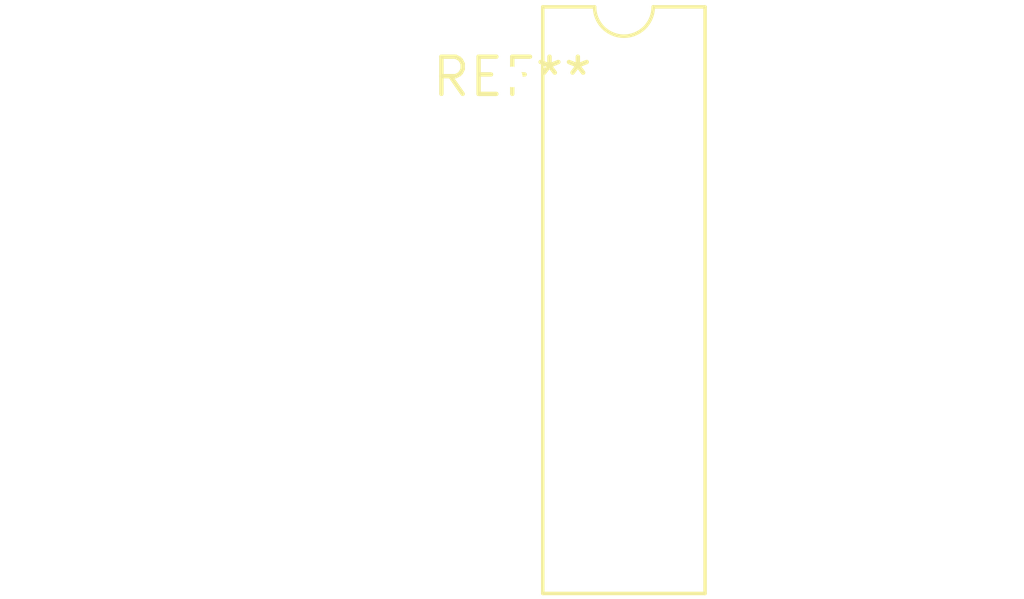
<source format=kicad_pcb>
(kicad_pcb (version 20240108) (generator pcbnew)
  (layers (0 "F.Cu" signal) (31 "B.Cu" signal) (34 "B.Paste" user) (35 "F.Paste" user) (36 "B.SilkS" user "B.Silkscreen") (37 "F.SilkS" user "F.Silkscreen") (38 "B.Mask" user) (39 "F.Mask" user) (44 "Edge.Cuts" user))
  (net 0 "")
  (footprint "Relay_StandexMeder_DIP_HighProfile" (layer "F.Cu") (at 0 0)
    (property "Reference" "REF**")
    (property "Value" "Relay_StandexMeder_DIP_HighProfile")
    (fp_line (start 1.04 -2.39) (end 1.04 17.63) (layer "F.SilkS") (stroke (width 0.12)))
    (fp_line (start 1.04 17.63) (end 6.58 17.63) (layer "F.SilkS") (stroke (width 0.12)))
    (fp_line (start 2.81 -2.39) (end 1.04 -2.39) (layer "F.SilkS") (stroke (width 0.12)))
    (fp_line (start 6.58 -2.39) (end 4.81 -2.39) (layer "F.SilkS") (stroke (width 0.12)))
    (fp_line (start 6.58 17.63) (end 6.58 -2.39) (layer "F.SilkS") (stroke (width 0.12)))
    (fp_arc (start 4.81 -2.39) (mid 3.81 -1.39) (end 2.81 -2.39) (layer "F.SilkS") (stroke (width 0.12)))
    (pad "1" thru_hole rect (at 0 0) (size 1.4 1.4) (drill 0.7) (layers *.Cu *.Mask) (remove_unused_layers))
    (pad "2" thru_hole circle (at 0 2.54) (size 1.4 1.4) (drill 0.7) (layers *.Cu *.Mask) (remove_unused_layers))
    (pad "6" thru_hole circle (at 0 12.8) (size 1.4 1.4) (drill 0.7) (layers *.Cu *.Mask) (remove_unused_layers))
    (pad "7" thru_hole circle (at 0 15.24) (size 1.4 1.4) (drill 0.7) (layers *.Cu *.Mask) (remove_unused_layers))
    (pad "8" thru_hole circle (at 7.62 15.24) (size 1.4 1.4) (drill 0.7) (layers *.Cu *.Mask) (remove_unused_layers))
    (pad "9" thru_hole circle (at 7.62 12.8) (size 1.4 1.4) (drill 0.7) (layers *.Cu *.Mask) (remove_unused_layers))
    (pad "13" thru_hole circle (at 7.62 2.54) (size 1.4 1.4) (drill 0.7) (layers *.Cu *.Mask) (remove_unused_layers))
    (pad "14" thru_hole circle (at 7.62 0) (size 1.4 1.4) (drill 0.7) (layers *.Cu *.Mask) (remove_unused_layers))
  )
)
</source>
